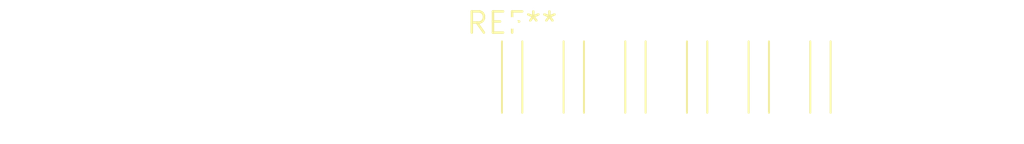
<source format=kicad_pcb>
(kicad_pcb (version 20240108) (generator pcbnew)
  (layers (0 "F.Cu" signal) (31 "B.Cu" signal) (34 "B.Paste" user) (35 "F.Paste" user) (36 "B.SilkS" user "B.Silkscreen") (37 "F.SilkS" user "F.Silkscreen") (38 "B.Mask" user) (39 "F.Mask" user) (44 "Edge.Cuts" user))
  (net 0 "")
  (footprint "SolderWire-0.127sqmm_1x06_P3.7mm_D0.48mm_OD1mm_Relief" (layer "F.Cu") (at 0 0)
    (property "Reference" "REF**")
    (property "Value" "SolderWire-0.127sqmm_1x06_P3.7mm_D0.48mm_OD1mm_Relief")
    (fp_line (start -0.61 1.11) (end -0.61 5.39) (layer "F.SilkS") (stroke (width 0.12)))
    (fp_line (start 0.61 1.11) (end 0.61 5.39) (layer "F.SilkS") (stroke (width 0.12)))
    (fp_line (start 3.09 1.11) (end 3.09 5.39) (layer "F.SilkS") (stroke (width 0.12)))
    (fp_line (start 4.31 1.11) (end 4.31 5.39) (layer "F.SilkS") (stroke (width 0.12)))
    (fp_line (start 6.79 1.11) (end 6.79 5.39) (layer "F.SilkS") (stroke (width 0.12)))
    (fp_line (start 8.01 1.11) (end 8.01 5.39) (layer "F.SilkS") (stroke (width 0.12)))
    (fp_line (start 10.49 1.11) (end 10.49 5.39) (layer "F.SilkS") (stroke (width 0.12)))
    (fp_line (start 11.71 1.11) (end 11.71 5.39) (layer "F.SilkS") (stroke (width 0.12)))
    (fp_line (start 14.19 1.11) (end 14.19 5.39) (layer "F.SilkS") (stroke (width 0.12)))
    (fp_line (start 15.41 1.11) (end 15.41 5.39) (layer "F.SilkS") (stroke (width 0.12)))
    (fp_line (start 17.89 1.11) (end 17.89 5.39) (layer "F.SilkS") (stroke (width 0.12)))
    (fp_line (start 19.11 1.11) (end 19.11 5.39) (layer "F.SilkS") (stroke (width 0.12)))
    (pad "" np_thru_hole circle (at 0 6) (size 1.5 1.5) (drill 1.5) (layers *.Cu *.Mask))
    (pad "" np_thru_hole circle (at 3.7 6) (size 1.5 1.5) (drill 1.5) (layers *.Cu *.Mask))
    (pad "" np_thru_hole circle (at 7.4 6) (size 1.5 1.5) (drill 1.5) (layers *.Cu *.Mask))
    (pad "" np_thru_hole circle (at 11.1 6) (size 1.5 1.5) (drill 1.5) (layers *.Cu *.Mask))
    (pad "" np_thru_hole circle (at 14.8 6) (size 1.5 1.5) (drill 1.5) (layers *.Cu *.Mask))
    (pad "" np_thru_hole circle (at 18.5 6) (size 1.5 1.5) (drill 1.5) (layers *.Cu *.Mask))
    (pad "1" thru_hole roundrect (at 0 0) (size 1.7 1.7) (drill 0.7) (layers *.Cu *.Mask) (remove_unused_layers) (roundrect_rratio 0.147059))
    (pad "2" thru_hole circle (at 3.7 0) (size 1.7 1.7) (drill 0.7) (layers *.Cu *.Mask) (remove_unused_layers))
    (pad "3" thru_hole circle (at 7.4 0) (size 1.7 1.7) (drill 0.7) (layers *.Cu *.Mask) (remove_unused_layers))
    (pad "4" thru_hole circle (at 11.1 0) (size 1.7 1.7) (drill 0.7) (layers *.Cu *.Mask) (remove_unused_layers))
    (pad "5" thru_hole circle (at 14.8 0) (size 1.7 1.7) (drill 0.7) (layers *.Cu *.Mask) (remove_unused_layers))
    (pad "6" thru_hole circle (at 18.5 0) (size 1.7 1.7) (drill 0.7) (layers *.Cu *.Mask) (remove_unused_layers))
  )
)
</source>
